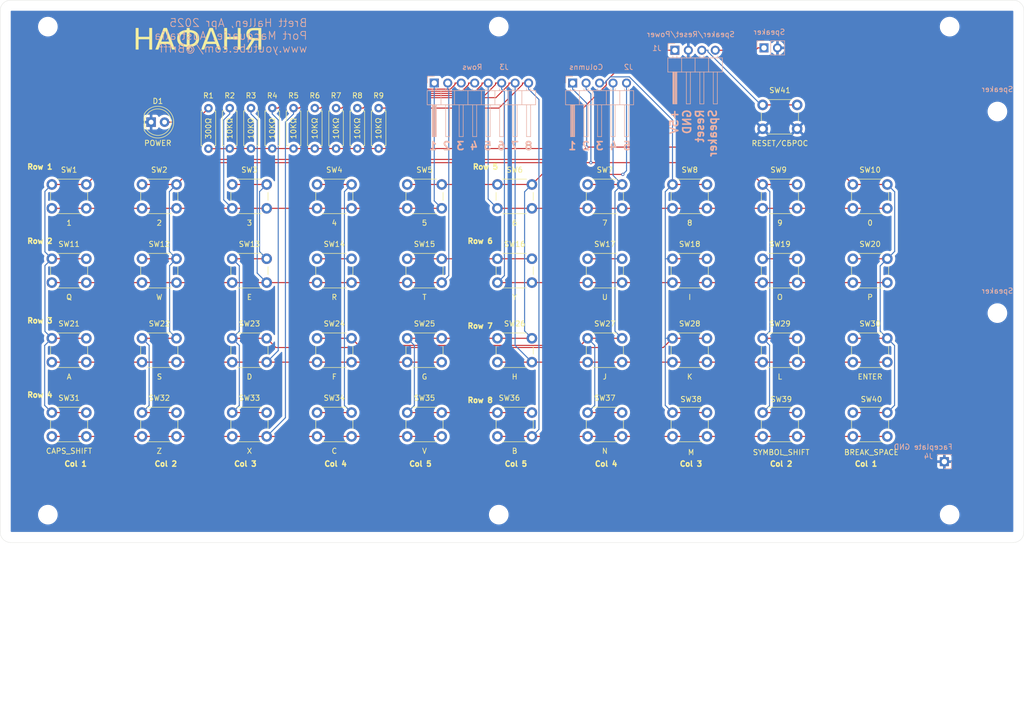
<source format=kicad_pcb>
(kicad_pcb (version 20241229) (generator "pcbnew") (generator_version "9.0")
  (title_block (title "Новая Клавиатура Нафаня/New Nafanya Keyboard") (date "6-Apr-2025") (company "Brett Hallen") (comment 1 "www.youtube.com/@Brfff"))
  (layers (0 "F.Cu" signal) (2 "B.Cu" signal) (13 "F.Paste" user) (15 "B.Paste" user) (5 "F.SilkS" user "F.Silkscreen") (7 "B.SilkS" user "B.Silkscreen") (1 "F.Mask" user) (3 "B.Mask" user) (25 "Edge.Cuts" user))
  (net 0 "")
  (net 1 "GND")
  (net 2 "Net-(D1-A)")
  (net 3 "SPEAKER")
  (net 4 "COL2")
  (net 5 "ROW6")
  (net 6 "ROW1")
  (net 7 "RESET")
  (net 8 "ROW5")
  (net 9 "ROW2")
  (net 10 "COL1")
  (net 11 "ROW8")
  (net 12 "ROW4")
  (net 13 "COL3")
  (net 14 "ROW3")
  (net 15 "ROW7")
  (net 16 "+5V")
  (net 17 "COL4")
  (net 18 "COL5")
  (footprint "Resistor_THT:R_Axial_DIN0207_L6.3mm_D2.5mm_P7.62mm_Horizontal" (layer "F.Cu") (at 119.34 78.9752 90)
    (property "Reference" "R8")
    (property "Value" "10KΩ")
  )
  (footprint "Button_Switch_THT:SW_PUSH_6mm_H8.5mm" (layer "F.Cu") (at 115 131)
    (property "Reference" "SW34")
    (property "Value" "C")
  )
  (footprint "Button_Switch_THT:SW_PUSH_6mm_H8.5mm" (layer "F.Cu") (at 182 131)
    (property "Reference" "SW38")
    (property "Value" "M")
  )
  (footprint "Button_Switch_THT:SW_PUSH_6mm_H8.5mm" (layer "F.Cu") (at 166 131)
    (property "Reference" "SW37")
    (property "Value" "N")
  )
  (footprint "Button_Switch_THT:SW_PUSH_6mm_H8.5mm" (layer "F.Cu") (at 82 102)
    (property "Reference" "SW12")
    (property "Value" "W")
  )
  (footprint "Resistor_THT:R_Axial_DIN0207_L6.3mm_D2.5mm_P7.62mm_Horizontal" (layer "F.Cu") (at 99.29 78.9752 90)
    (property "Reference" "R3")
    (property "Value" "10KΩ")
  )
  (footprint "Button_Switch_THT:SW_PUSH_6mm_H8.5mm" (layer "F.Cu") (at 132 102)
    (property "Reference" "SW15")
    (property "Value" "T")
  )
  (footprint "Resistor_THT:R_Axial_DIN0207_L6.3mm_D2.5mm_P7.62mm_Horizontal" (layer "F.Cu") (at 107.31 78.9752 90)
    (property "Reference" "R5")
    (property "Value" "10KΩ")
  )
  (footprint "Button_Switch_THT:SW_PUSH_6mm_H8.5mm" (layer "F.Cu") (at 115 117)
    (property "Reference" "SW24")
    (property "Value" "F")
  )
  (footprint "Button_Switch_THT:SW_PUSH_6mm_H8.5mm" (layer "F.Cu") (at 216 88)
    (property "Reference" "SW10")
    (property "Value" "0")
  )
  (footprint "Button_Switch_THT:SW_PUSH_6mm_H8.5mm" (layer "F.Cu") (at 216 117)
    (property "Reference" "SW30")
    (property "Value" "ENTER")
  )
  (footprint "Button_Switch_THT:SW_PUSH_6mm_H8.5mm" (layer "F.Cu") (at 149 88)
    (property "Reference" "SW6")
    (property "Value" "6")
  )
  (footprint "Button_Switch_THT:SW_PUSH_6mm_H8.5mm" (layer "F.Cu") (at 182 117)
    (property "Reference" "SW28")
    (property "Value" "K")
  )
  (footprint "MountingHole:MountingHole_3.2mm_M3" (layer "F.Cu") (at 231 56)
    (property "Reference" "H5" (hide yes))
    (property "Value" "PCB" (hide yes))
  )
  (footprint "Button_Switch_THT:SW_PUSH_6mm_H8.5mm" (layer "F.Cu") (at 166 88)
    (property "Reference" "SW7")
    (property "Value" "7")
  )
  (footprint "Resistor_THT:R_Axial_DIN0207_L6.3mm_D2.5mm_P7.62mm_Horizontal" (layer "F.Cu") (at 103.3 78.9752 90)
    (property "Reference" "R4")
    (property "Value" "10KΩ")
  )
  (footprint "Button_Switch_THT:SW_PUSH_6mm_H8.5mm" (layer "F.Cu") (at 182 88)
    (property "Reference" "SW8")
    (property "Value" "8")
  )
  (footprint "Resistor_THT:R_Axial_DIN0207_L6.3mm_D2.5mm_P7.62mm_Horizontal" (layer "F.Cu") (at 95.28 78.9752 90)
    (property "Reference" "R2")
    (property "Value" "10KΩ")
  )
  (footprint "Button_Switch_THT:SW_PUSH_6mm_H8.5mm" (layer "F.Cu") (at 149 131)
    (property "Reference" "SW36")
    (property "Value" "B")
  )
  (footprint "Resistor_THT:R_Axial_DIN0207_L6.3mm_D2.5mm_P7.62mm_Horizontal" (layer "F.Cu") (at 91.27 71.38 -90)
    (property "Reference" "R1")
    (property "Value" "300Ω")
  )
  (footprint "Button_Switch_THT:SW_PUSH_6mm_H8.5mm" (layer "F.Cu") (at 82 131)
    (property "Reference" "SW32")
    (property "Value" "Z")
  )
  (footprint "Button_Switch_THT:SW_PUSH_6mm_H8.5mm" (layer "F.Cu") (at 149 117)
    (property "Reference" "SW26")
    (property "Value" "H")
  )
  (footprint "Button_Switch_THT:SW_PUSH_6mm_H8.5mm" (layer "F.Cu") (at 166 102)
    (property "Reference" "SW17")
    (property "Value" "U")
  )
  (footprint "Resistor_THT:R_Axial_DIN0207_L6.3mm_D2.5mm_P7.62mm_Horizontal" (layer "F.Cu") (at 115.33 78.9752 90)
    (property "Reference" "R7")
    (property "Value" "10KΩ")
  )
  (footprint "Button_Switch_THT:SW_PUSH_6mm_H8.5mm" (layer "F.Cu") (at 65 88)
    (property "Reference" "SW1")
    (property "Value" "1")
  )
  (footprint "Button_Switch_THT:SW_PUSH_6mm_H8.5mm" (layer "F.Cu") (at 199 102)
    (property "Reference" "SW19")
    (property "Value" "O")
  )
  (footprint "MountingHole:MountingHole_3.2mm_M3" (layer "F.Cu") (at 146 56)
    (property "Reference" "H7" (hide yes))
    (property "Value" "PCB" (hide yes))
  )
  (footprint "Resistor_THT:R_Axial_DIN0207_L6.3mm_D2.5mm_P7.62mm_Horizontal" (layer "F.Cu") (at 111.32 78.9752 90)
    (property "Reference" "R6")
    (property "Value" "10KΩ")
  )
  (footprint "Resistor_THT:R_Axial_DIN0207_L6.3mm_D2.5mm_P7.62mm_Horizontal" (layer "F.Cu") (at 123.35 78.9752 90)
    (property "Reference" "R9")
    (property "Value" "10KΩ")
  )
  (footprint "Button_Switch_THT:SW_PUSH_6mm_H8.5mm" (layer "F.Cu") (at 99 131)
    (property "Reference" "SW33")
    (property "Value" "X")
  )
  (footprint "Button_Switch_THT:SW_PUSH_6mm_H8.5mm" (layer "F.Cu") (at 115 102)
    (property "Reference" "SW14")
    (property "Value" "R")
  )
  (footprint "Button_Switch_THT:SW_PUSH_6mm_H8.5mm" (layer "F.Cu") (at 99 88)
    (property "Reference" "SW3")
    (property "Value" "3")
  )
  (footprint "Button_Switch_THT:SW_PUSH_6mm_H8.5mm" (layer "F.Cu") (at 132 117)
    (property "Reference" "SW25")
    (property "Value" "G")
  )
  (footprint "Button_Switch_THT:SW_PUSH_6mm_H8.5mm" (layer "F.Cu") (at 115 88)
    (property "Reference" "SW4")
    (property "Value" "4")
  )
  (footprint "Button_Switch_THT:SW_PUSH_6mm_H8.5mm" (layer "F.Cu") (at 199 117)
    (property "Reference" "SW29")
    (property "Value" "L")
  )
  (footprint "Button_Switch_THT:SW_PUSH_6mm_H8.5mm" (layer "F.Cu") (at 82 88)
    (property "Reference" "SW2")
    (property "Value" "2")
  )
  (footprint "Button_Switch_THT:SW_PUSH_6mm_H8.5mm" (layer "F.Cu") (at 216 131)
    (property "Reference" "SW40")
    (property "Value" "BREAK_SPACE")
  )
  (footprint "MountingHole:MountingHole_3.2mm_M3" (layer "F.Cu") (at 61 56)
    (property "Reference" "H4" (hide yes))
    (property "Value" "PCB" (hide yes))
  )
  (footprint "Button_Switch_THT:SW_PUSH_6mm_H8.5mm" (layer "F.Cu") (at 182 102)
    (property "Reference" "SW18")
    (property "Value" "I")
  )
  (footprint "Button_Switch_THT:SW_PUSH_6mm_H8.5mm" (layer "F.Cu") (at 132 88)
    (property "Reference" "SW5")
    (property "Value" "5")
  )
  (footprint "Button_Switch_THT:SW_PUSH_6mm_H8.5mm" (layer "F.Cu") (at 82 117)
    (property "Reference" "SW22")
    (property "Value" "S")
  )
  (footprint "Button_Switch_THT:SW_PUSH_6mm_H8.5mm" (layer "F.Cu") (at 166 117)
    (property "Reference" "SW27")
    (property "Value" "J")
  )
  (footprint "Button_Switch_THT:SW_PUSH_6mm_H8.5mm" (layer "F.Cu") (at 65 102)
    (property "Reference" "SW11")
    (property "Value" "Q")
  )
  (footprint "Button_Switch_THT:SW_PUSH_6mm_H8.5mm" (layer "F.Cu") (at 99 102)
    (property "Reference" "SW13")
    (property "Value" "E")
  )
  (footprint "Button_Switch_THT:SW_PUSH_6mm_H8.5mm" (layer "F.Cu") (at 65 117)
    (property "Reference" "SW21")
    (property "Value" "A")
  )
  (footprint "Button_Switch_THT:SW_PUSH_6mm_H8.5mm" (layer "F.Cu") (at 149 102)
    (property "Reference" "SW16")
    (property "Value" "Y")
  )
  (footprint "Button_Switch_THT:SW_PUSH_6mm_H8.5mm" (layer "F.Cu") (at 216 102)
    (property "Reference" "SW20")
    (property "Value" "P")
  )
  (footprint "MountingHole:MountingHole_3.2mm_M3" (layer "F.Cu") (at 146 148)
    (property "Reference" "H6" (hide yes))
    (property "Value" "PCB" (hide yes))
  )
  (footprint "MountingHole:MountingHole_3.2mm_M3" (layer "F.Cu") (at 231 148)
    (property "Reference" "H2" (hide yes))
    (property "Value" "PCB" (hide yes))
  )
  (footprint "MountingHole:MountingHole_3.2mm_M3" (layer "F.Cu") (at 61 148)
    (property "Reference" "H3" (hide yes))
    (property "Value" "PCB" (hide yes))
  )
  (footprint "Button_Switch_THT:SW_PUSH_6mm_H8.5mm" (layer "F.Cu") (at 99 117)
    (property "Reference" "SW23")
    (property "Value" "D")
  )
  (footprint "Button_Switch_THT:SW_PUSH_6mm_H8.5mm" (layer "F.Cu") (at 199 131)
    (property "Reference" "SW39")
    (property "Value" "SYMBOL_SHIFT")
  )
  (footprint "Button_Switch_THT:SW_PUSH_6mm_H8.5mm" (layer "F.Cu") (at 132 131)
    (property "Reference" "SW35")
    (property "Value" "V")
  )
  (footprint "Button_Switch_THT:SW_PUSH_6mm_H8.5mm" (layer "F.Cu") (at 65 131)
    (property "Reference" "SW31")
    (property "Value" "CAPS_SHIFT")
  )
  (footprint "Button_Switch_THT:SW_PUSH_6mm_H8.5mm" (layer "F.Cu") (at 199 73)
    (property "Reference" "SW41")
    (property "Value" "RESET/СБРОС")
  )
  (footprint "LED_THT:LED_D5.0mm" (layer "F.Cu") (at 80.46 74)
    (property "Reference" "D1")
    (property "Value" "POWER")
  )
  (footprint "Button_Switch_THT:SW_PUSH_6mm_H8.5mm" (layer "F.Cu") (at 199 88)
    (property "Reference" "SW9")
    (property "Value" "9")
  )
  (footprint "Connector_PinSocket_2.54mm:PinSocket_1x01_P2.54mm_Vertical" (layer "B.Cu") (at 230 138)
    (property "Reference" "J4")
    (property "Value" "Faceplate GND")
  )
  (footprint "MountingHole:MountingHole_3.2mm_M3" (layer "B.Cu") (at 240 72)
    (property "Reference" "H8" (hide yes))
    (property "Value" "Speaker")
  )
  (footprint "Connector_PinHeader_2.54mm:PinHeader_1x05_P2.54mm_Horizontal" (layer "B.Cu") (at 159.925 66.625 -90)
    (property "Reference" "J2")
    (property "Value" "Columns")
  )
  (footprint "Connector_PinHeader_2.54mm:PinHeader_1x08_P2.54mm_Horizontal" (layer "B.Cu") (at 133.84 66.625 -90)
    (property "Reference" "J3")
    (property "Value" "Rows")
  )
  (footprint "MountingHole:MountingHole_3.2mm_M3" (layer "B.Cu") (at 240 110)
    (property "Reference" "H1" (hide yes))
    (property "Value" "Speaker")
  )
  (footprint "Connector_PinHeader_2.54mm:PinHeader_1x02_P2.54mm_Vertical" (layer "B.Cu") (at 196 60 -90)
    (property "Reference" "LS1" (hide yes))
    (property "Value" "Speaker")
  )
  (footprint "Connector_PinHeader_2.54mm:PinHeader_1x04_P2.54mm_Horizontal" (layer "B.Cu") (at 179.2 60.45 -90)
    (property "Reference" "J1")
    (property "Value" "Speaker/Reset/Power")
  )
  (gr_line (start 245 53) (end 245 151.25) (stroke (width 0.05)) (layer "Edge.Cuts"))
  (gr_arc (start 245 151.25) (mid 244.414214 152.664214) (end 243 153.25) (stroke (width 0.05)) (layer "Edge.Cuts"))
  (gr_arc (start 243 51) (mid 244.414214 51.585786) (end 245 53) (stroke (width 0.05)) (layer "Edge.Cuts"))
  (gr_arc (start 54 153.25) (mid 52.585786 152.664214) (end 52 151.25) (stroke (width 0.05)) (layer "Edge.Cuts"))
  (gr_line (start 243 153.25) (end 54 153.25) (stroke (width 0.05)) (layer "Edge.Cuts"))
  (gr_line (start 54 51) (end 243 51) (stroke (width 0.05)) (layer "Edge.Cuts"))
  (gr_arc (start 52 53) (mid 52.585786 51.585786) (end 54 51) (stroke (width 0.05)) (layer "Edge.Cuts"))
  (gr_line (start 52 151.25) (end 52 53) (stroke (width 0.05)) (layer "Edge.Cuts"))
  (gr_text "Col 2" (at 81 139 0) (layer "F.SilkS") (effects (font (size 1 1) (thickness 0.25) (bold yes)) (justify left bottom)))
  (gr_text "Col 3" (at 96 139 0) (layer "F.SilkS") (effects (font (size 1 1) (thickness 0.25) (bold yes)) (justify left bottom)))
  (gr_text "Col 4" (at 113 139 0) (layer "F.SilkS") (effects (font (size 1 1) (thickness 0.25) (bold yes)) (justify left bottom)))
  (gr_text "Row 7" (at 140 113 0) (layer "F.SilkS") (effects (font (size 1 1) (thickness 0.25) (bold yes)) (justify left bottom)))
  (gr_text "Row 4" (at 57 126 0) (layer "F.SilkS") (effects (font (size 1 1) (thickness 0.25) (bold yes)) (justify left bottom)))
  (gr_text "Col 2" (at 197 139 0) (layer "F.SilkS") (effects (font (size 1 1) (thickness 0.25) (bold yes)) (justify left bottom)))
  (gr_text "Row 3" (at 57 112 0) (layer "F.SilkS") (effects (font (size 1 1) (thickness 0.25) (bold yes)) (justify left bottom)))
  (gr_text "Row 2" (at 57 97 0) (layer "F.SilkS") (effects (font (size 1 1) (thickness 0.25) (bold yes)) (justify left bottom)))
  (gr_text "Row 8" (at 140 127 0) (layer "F.SilkS") (effects (font (size 1 1) (thickness 0.25) (bold yes)) (justify left bottom)))
  (gr_text "Col 5" (at 147 139 0) (layer "F.SilkS") (effects (font (size 1 1) (thickness 0.25) (bold yes)) (justify left bottom)))
  (gr_text "Col 5" (at 129 139 0) (layer "F.SilkS") (effects (font (size 1 1) (thickness 0.25) (bold yes)) (justify left bottom)))
  (gr_text "НАФАНЯ" (at 77 61 0) (layer "F.SilkS") (effects (font (size 4 4) (thickness 0.1)) (justify left bottom)))
  (gr_text "Col 1" (at 213 139 0) (layer "F.SilkS") (effects (font (size 1 1) (thickness 0.25) (bold yes)) (justify left bottom)))
  (gr_text "Col 3" (at 180 139 0) (layer "F.SilkS") (effects (font (size 1 1) (thickness 0.25) (bold yes)) (justify left bottom)))
  (gr_text "Row 5" (at 141 83 0) (layer "F.SilkS") (effects (font (size 1 1) (thickness 0.25) (bold yes)) (justify left bottom)))
  (gr_text "Row 6" (at 140 97 0) (layer "F.SilkS") (effects (font (size 1 1) (thickness 0.25) (bold yes)) (justify left bottom)))
  (gr_text "Col 1" (at 64 139 0) (layer "F.SilkS") (effects (font (size 1 1) (thickness 0.25) (bold yes)) (justify left bottom)))
  (gr_text "Row 1" (at 57 83 0) (layer "F.SilkS") (effects (font (size 1 1) (thickness 0.25) (bold yes)) (justify left bottom)))
  (gr_text "Col 4" (at 164 139 0) (layer "F.SilkS") (effects (font (size 1 1) (thickness 0.25) (bold yes)) (justify left bottom)))
  (gr_text "8 7 6 5 4 3 2 1" (at 152.527262 79.37124 0) (layer "B.SilkS") (effects (font (size 1.5 1.5) (thickness 0.3) (bold yes)) (justify left bottom mirror)))
  (gr_text "+5V\nGND\nReset\nSpeaker" (at 187.2 71.45 90) (layer "B.SilkS") (effects (font (size 1.5 1.5) (thickness 0.3) (bold yes)) (justify left bottom mirror)))
  (gr_text "5 4 3 2 1" (at 171.05628 79.37124 0) (layer "B.SilkS") (effects (font (size 1.5 1.5) (thickness 0.3) (bold yes)) (justify left bottom mirror)))
  (gr_text "Brett Hallen, Apr 2025\nPort Macquarie, Australia\nwww.youtube.com/@Brfff" (at 110 61 0) (layer "B.SilkS") (effects (font (size 1.5 1.5)) (justify left bottom mirror)))
  (segment (start 88.65 74) (end 91.27 71.38) (width 0.2) (layer "F.Cu") (net 2))
  (segment (start 83 74) (end 88.65 74) (width 0.2) (layer "F.Cu") (net 2))
  (segment (start 186.82 60.45) (end 194.3983 60.45) (width 0.2) (layer "F.Cu") (net 3))
  (segment (start 194.3983 60.45) (end 194.8483 60) (width 0.2) (layer "F.Cu") (net 3))
  (segment (start 196 60) (end 194.8483 60) (width 0.2) (layer "F.Cu") (net 3))
  (segment (start 85.25 85.75) (end 89.3664 81.6336) (width 0.2) (layer "F.Cu") (net 4))
  (segment (start 85.25 114.75) (end 78.75 114.75) (width 0.2) (layer "F.Cu") (net 4))
  (segment (start 202.25 99.75) (end 195.75 99.75) (width 0.2) (layer "F.Cu") (net 4))
  (segment (start 191.6336 81.6336) (end 195.75 85.75) (width 0.2) (layer "F.Cu") (net 4))
  (segment (start 163.365 81.6336) (end 191.6336 81.6336) (width 0.2) (layer "F.Cu") (net 4))
  (segment (start 89.3664 81.6336) (end 163.365 81.6336) (width 0.2) (layer "F.Cu") (net 4))
  (segment (start 85.25 128.75) (end 78.75 128.75) (width 0.2) (layer "F.Cu") (net 4))
  (segment (start 85.25 99.75) (end 78.75 99.75) (width 0.2) (layer "F.Cu") (net 4))
  (segment (start 78.75 85.75) (end 85.25 85.75) (width 0.2) (layer "F.Cu") (net 4))
  (segment (start 202.25 128.75) (end 195.75 128.75) (width 0.2) (layer "F.Cu") (net 4))
  (segment (start 202.25 114.75) (end 195.75 114.75) (width 0.2) (layer "F.Cu") (net 4))
  (segment (start 202.25 85.75) (end 195.75 85.75) (width 0.2) (layer "F.Cu") (net 4))
  (via (at 163.365 81.6336) (size 0.6) (drill 0.3) (layers "F.Cu" "B.Cu") (net 4))
  (segment (start 163.365 68.6767) (end 163.365 81.6336) (width 0.2) (layer "B.Cu") (net 4))
  (segment (start 197.0517 116.0517) (end 195.75 114.75) (width 0.2) (layer "B.Cu") (net 4))
  (segment (start 197.0917 99.75) (end 195.75 99.75) (width 0.2) (layer "B.Cu") (net 4))
  (segment (start 80.0917 127.4083) (end 78.75 128.75) (width 0.2) (layer "B.Cu") (net 4))
  (segment (start 162.465 67.7767) (end 163.365 68.6767) (width 0.2) (layer "B.Cu") (net 4))
  (segment (start 78.75 114.75) (end 80.0917 116.0917) (width 0.2) (layer "B.Cu") (net 4))
  (segment (start 80.0917 116.0917) (end 80.0917 127.4083) (width 0.2) (layer "B.Cu") (net 4))
  (segment (start 195.75 128.75) (end 197.0517 127.4483) (width 0.2) (layer "B.Cu") (net 4))
  (segment (start 197.0917 87.0917) (end 197.0917 99.75) (width 0.2) (layer "B.Cu") (net 4))
  (segment (start 197.0917 113.4083) (end 195.75 114.75) (width 0.2) (layer "B.Cu") (net 4))
  (segment (start 197.0917 99.75) (end 197.0917 113.4083) (width 0.2) (layer "B.Cu") (net 4))
  (segment (start 85.25 114.75) (end 83.9483 113.4483) (width 0.2) (layer "B.Cu") (net 4))
  (segment (start 162.465 66.625) (end 162.465 67.7767) (width 0.2) (layer "B.Cu") (net 4))
  (segment (start 85.25 85.75) (end 83.9083 87.0917) (width 0.2) (layer "B.Cu") (net 4))
  (segment (start 83.9483 101.0517) (end 85.25 99.75) (width 0.2) (layer "B.Cu") (net 4))
  (segment (start 195.75 85.75) (end 197.0917 87.0917) (width 0.2) (layer "B.Cu") (net 4))
  (segment (start 83.9483 113.4483) (end 83.9483 101.0517) (width 0.2) (layer "B.Cu") (net 4))
  (segment (start 197.0517 127.4483) (end 197.0517 116.0517) (width 0.2) (layer "B.Cu") (net 4))
  (segment (start 83.9083 87.0917) (end 83.9083 98.4083) (width 0.2) (layer "B.Cu") (net 4))
  (segment (start 83.9083 98.4083) (end 85.25 99.75) (width 0.2) (layer "B.Cu") (net 4))
  (segment (start 152.25 104.25) (end 162.75 104.25) (width 0.2) (layer "F.Cu") (net 5))
  (segment (start 118.8051 68.9818) (end 143.3195 68.9818) (width 0.2) (layer "F.Cu") (net 5))
  (segment (start 195.75 104.25) (end 185.25 104.25) (width 0.2) (layer "F.Cu") (net 5))
  (segment (start 115.33 71.3552) (end 116.4317 71.3552) (width 0.2) (layer "F.Cu") (net 5))
  (segment (start 178.75 104.25) (end 169.25 104.25) (width 0.2) (layer "F.Cu") (net 5))
  (segment (start 212.75 104.25) (end 202.25 104.25) (width 0.2) (layer "F.Cu") (net 5))
  (segment (start 145.3883 66.913) (end 145.3883 66.625) (width 0.2) (layer "F.Cu") (net 5))
  (segment (start 116.4317 71.3552) (end 118.8051 68.9818) (width 0.2) (layer "F.Cu") (net 5))
  (segment (start 185.25 104.25) (end 178.75 104.25) (width 0.2) (layer "F.Cu") (net 5))
  (segment (start 143.3195 68.9818) (end 145.3883 66.913) (width 0.2) (layer "F.Cu") (net 5))
  (segment (start 219.25 104.25) (end 212.75 104.25) (width 0.2) (layer "F.Cu") (net 5))
  (segment (start 145.75 104.25) (end 152.25 104.25) (width 0.2) (layer "F.Cu") (net 5))
  (segment (start 202.25 104.25) (end 195.75 104.25) (width 0.2) (layer "F.Cu") (net 5))
  (segment (start 146.54 66.625) (end 145.3883 66.625) (width 0.2) (layer "F.Cu") (net 5))
  (segment (start 169.25 104.25) (end 162.75 104.25) (width 0.2) (layer "F.Cu") (net 5))
  (segment (start 147.0634 102.9366) (end 145.75 104.25) (width 0.2) (layer "B.Cu") (net 5))
  (segment (start 146.54 67.7767) (end 147.0634 68.3001) (width 0.2) (layer "B.Cu") (net 5))
  (segment (start 147.0634 68.3001) (end 147.0634 102.9366) (width 0.2) (layer "B.Cu") (net 5))
  (segment (start 146.54 66.625) (end 146.54 67.7767) (width 0.2) (layer "B.Cu") (net 5))
  (segment (start 135.25 90.25) (end 128.75 90.25) (width 0.2) (layer "F.Cu") (net 6))
  (segment (start 102.25 90.25) (end 95.75 90.25) (width 0.2) (layer "F.Cu") (net 6))
  (segment (start 111.75 90.25) (end 102.25 90.25) (width 0.2) (layer "F.Cu") (net 6))
  (segment (start 128.75 90.25) (end 118.25 90.25) (width 0.2) (layer "F.Cu") (net 6))
  (segment (start 78.75 90.25) (end 68.25 90.25) (width 0.2) (layer "F.Cu") (net 6))
  (segment (start 68.25 90.25) (end 61.75 90.25) (width 0.2) (layer "F.Cu") (net 6))
  (segment (start 85.25 90.25) (end 78.75 90.25) (width 0.2) (layer "F.Cu") (net 6))
  (segment (start 118.25 90.25) (end 111.75 90.25) (width 0.2) (layer "F.Cu") (net 6))
  (segment (start 85.25 90.25) (end 95.75 90.25) (width 0.2) (layer "F.Cu") (net 6))
  (segment (start 95.28 71.3552) (end 95.28 72.4569) (width 0.2) (layer "B.Cu") (net 6))
  (segment (start 133.84 88.84) (end 135.25 90.25) (width 0.2) (layer "B.Cu") (net 6))
  (segment (start 95.75 90.25) (end 94.1453 88.6453) (width 0.2) (layer "B.Cu") (net 6))
  (segment (start 94.1453 88.6453) (end 94.1453 73.5916) (width 0.2) (layer "B.Cu") (net 6))
  (segment (start 94.1453 73.5916) (end 95.28 72.4569) (width 0.2) (layer "B.Cu") (net 6))
  (segment (start 133.84 66.625) (end 133.84 88.84) (width 0.2) (layer "B.Cu") (net 6))
  (segment (start 202.25 70.75) (end 195.75 70.75) (width 0.2) (layer "F.Cu") (net 7))
  (segment (start 195.4438 70.75) (end 195.75 70.75) (width 0.2) (layer "B.Cu") (net 7))
  (segment (start 185.4317 60.45) (end 185.4317 60.7379) (width 0.2) (layer "B.Cu") (net 7))
  (segment (start 184.28 60.45) (end 185.4317 60.45) (width 0.2) (layer "B.Cu") (net 7))
  (segment (start 185.4317 60.7379) (end 195.4438 70.75) (width 0.2) (layer "B.Cu") (net 7))
  (segment (start 178.75 90.25) (end 169.25 90.25) (width 0.2) (layer "F.Cu") (net 8))
  (segment (start 195.75 90.25) (end 202.25 90.25) (width 0.2) (layer "F.Cu") (net 8))
  (segment (start 141.1812 68.5801) (end 115.1968 68.5801) (width 0.2) (layer "F.Cu") (net 8))
  (segment (start 142.8483 66.625) (end 142.8483 66.913) (width 0.2) (layer "F.Cu") (net 8))
  (segment (start 115.1968 68.5801) (end 112.4217 71.3552) (width 0.2) (layer "F.Cu") (net 8))
  (segment (start 152.25 90.25) (end 145.75 90.25) (width 0.2) (layer "F.Cu") (net 8))
  (segment (start 144 66.625) (end 142.8483 66.625) (width 0.2) (layer "F.Cu") (net 8))
  (segment (start 162.75 90.25) (end 152.25 90.25) (width 0.2) (layer "F.Cu") (net 8))
  (segment (start 195.75 90.25) (end 185.25 90.25) (width 0.2) (layer "F.Cu") (net 8))
  (segment (start 142.8483 66.913) (end 141.1812 68.5801) (width 0.2) (layer "F.Cu") (net 8))
  (segment (start 169.25 90.25) (end 162.75 90.25) (width 0.2) (layer "F.Cu") (net 8))
  (segment (start 111.32 71.3552) (end 112.4217 71.3552) (width 0.2) (layer "F.Cu") (net 8))
  (segment (start 185.25 90.25) (end 178.75 90.25) (width 0.2) (layer "F.Cu") (net 8))
  (segment (start 202.25 90.25) (end 212.75 90.25) (width 0.2) (layer "F.Cu") (net 8))
  (segment (start 219.25 90.25) (end 212.75 90.25) (width 0.2) (layer "F.Cu") (net 8))
  (segment (start 144 66.625) (end 144 88.5) (width 0.2) (layer "B.Cu") (net 8))
  (segment (start 144 88.5) (end 145.75 90.25) (width 0.2) (layer "B.Cu") (net 8))
  (segment (start 95.75 104.25) (end 85.25 104.25) (width 0.2) (layer "F.Cu") (net 9))
  (segment (start 68.25 104.25) (end 78.75 104.25) (width 0.2) (layer "F.Cu") (net 9))
  (segment (start 118.25 104.25) (end 128.75 104.25) (width 0.2) (layer "F.Cu") (net 9))
  (segment (start 118.25 104.25) (end 111.75 104.25) (width 0.2) (layer "F.Cu") (net 9))
  (segment (start 135.25 104.25) (end 128.75 104.25) (width 0.2) (layer "F.Cu") (net 9))
  (segment (start 102.25 104.25) (end 111.75 104.25) (width 0.2) (layer "F.Cu") (net 9))
  (segment (start 61.75 104.25) (end 68.25 104.25) (width 0.2) (layer "F.Cu") (net 9))
  (segment (start 102.25 104.25) (end 95.75 104.25) (width 0.2) (layer "F.Cu") (net 9))
  (segment (start 85.25 104.25) (end 78.75 104.25) (width 0.2) (layer "F.Cu") (net 9))
  (segment (start 136.38 67.7767) (end 136.574 67.9707) (width 0.2) (layer "B.Cu") (net 9))
  (segment (start 100.4602 73.6271) (end 99.29 72.4569) (width 0.2) (layer "B.Cu") (net 9))
  (segment (start 136.38 66.625) (end 136.38 67.7767) (width 0.2) (layer "B.Cu") (net 9))
  (segment (start 99.29 71.3552) (end 99.29 72.4569) (width 0.2) (layer "B.Cu") (net 9))
  (segment (start 136.574 102.926) (end 135.25 104.25) (width 0.2) (layer "B.Cu") (net 9))
  (segment (start 136.574 67.9707) (end 136.574 102.926) (width 0.2) (layer "B.Cu") (net 9))
  (segment (start 102.25 104.25) (end 100.4602 102.4602) (width 0.2) (layer "B.Cu") (net 9))
  (segment (start 100.4602 102.4602) (end 100.4602 73.6271) (width 0.2) (layer "B.Cu") (net 9))
  (segment (start 219.25 85.75) (end 212.75 85.75) (width 0.2) (layer "F.Cu") (net 10))
  (segment (start 72.9666 81.0334) (end 160.2449 81.0334) (width 0.2) (layer "F.Cu") (net 10))
  (segment (start 219.25 99.75) (end 212.75 99.75) (width 0.2) (layer "F.Cu") (net 10))
  (segment (start 68.25 85.75) (end 72.9666 81.0334) (width 0.2) (layer "F.Cu") (net 10))
  (segment (start 68.25 99.75) (end 61.75 99.75) (width 0.2) (layer "F.Cu") (net 10))
  (segment (start 160.2449 81.0334) (end 162.5719 78.7064) (width 0.2) (layer "F.Cu") (net 10))
  (segment (start 205.7064 78.7064) (end 212.75 85.75) (width 0.2) (layer "F.Cu") (net 10))
  (segment (start 68.25 114.75) (end 61.75 114.75) (width 0.2) (layer "F.Cu") (net 10))
  (segment (start 162.5719 78.7064) (end 205.7064 78.7064) (width 0.2) (layer "F.Cu") (net 10))
  (segment (start 219.25 114.75) (end 212.75 114.75) (width 0.2) (layer "F.Cu") (net 10))
  (segment (start 219.25 128.75) (end 212.75 128.75) (width 0.2) (layer "F.Cu") (net 10))
  (segment (start 61.75 85.75) (end 68.25 85.75) (width 0.2) (layer "F.Cu") (net 10))
  (segment (start 68.25 128.75) (end 61.75 128.75) (width 0.2) (layer "F.Cu") (net 10))
  (via (at 162.5719 78.7064) (size 0.6) (drill 0.3) (layers "F.Cu" "B.Cu") (net 10))
  (segment (start 159.925 66.625) (end 159.925 67.7767) (width 0.2) (layer "B.Cu") (net 10))
  (segment (start 60.4475 113.4475) (end 60.4475 101.0525) (width 0.2) (layer "B.Cu") (net 10))
  (segment (start 220.6154 116.1154) (end 219.25 114.75) (width 0.2) (layer "B.Cu") (net 10))
  (segment (start 162.5719 70.4236) (end 162.5719 78.7064) (width 0.2) (layer "B.Cu") (net 10))
  (segment (start 219.25 99.75) (end 220.6358 98.3642) (width 0.2) (layer "B.Cu") (net 10))
  (segment (start 60.3929 116.1071) (end 61.75 114.75) (width 0.2) (layer "B.Cu") (net 10))
  (segment (start 61.75 99.75) (end 60.4433 98.4433) (width 0.2) (layer "B.Cu") (net 10))
  (segment (start 60.4475 101.0525) (end 61.75 99.75) (width 0.2) (layer "B.Cu") (net 10))
  (segment (start 159.925 67.7767) (end 162.5719 70.4236) (width 0.2) (layer "B.Cu") (net 10))
  (segment (start 219.25 128.75) (end 220.6154 127.3846) (width 0.2) (layer "B.Cu") (net 10))
  (segment (start 220.6154 127.3846) (end 220.6154 116.1154) (width 0.2) (layer "B.Cu") (net 10))
  (segment (start 220.6358 87.1358) (end 219.25 85.75) (width 0.2) (layer "B.Cu") (net 10))
  (segment (start 219.25 114.75) (end 217.9083 113.4083) (width 0.2) (layer "B.Cu") (net 10))
  (segment (start 217.9083 101.0917) (end 219.25 99.75) (width 0.2) (layer "B.Cu") (net 10))
  (segment (start 217.9083 113.4083) (end 217.9083 101.0917) (width 0.2) (layer "B.Cu") (net 10))
  (segment (start 61.75 128.75) (end 60.3929 127.3929) (width 0.2) (layer "B.Cu") (net 10))
  (segment (start 60.4433 87.0567) (end 61.75 85.75) (width 0.2) (layer "B.Cu") (net 10))
  (segment (start 61.75 114.75) (end 60.4475 113.4475) (width 0.2) (layer "B.Cu") (net 10))
  (segment (start 60.4433 98.4433) (end 60.4433 87.0567) (width 0.2) (layer "B.Cu") (net 10))
  (segment (start 220.6358 98.3642) (end 220.6358 87.1358) (width 0.2) (layer "B.Cu") (net 10))
  (segment (start 60.3929 127.3929) (end 60.3929 116.1071) (width 0.2) (layer "B.Cu") (net 10))
  (segment (start 151.62 66.625) (end 150.4683 66.625) (width 0.2) (layer "F.Cu") (net 11))
  (segment (start 185.25 133.25) (end 178.75 133.25) (width 0.2) (layer "F.Cu") (net 11))
  (segment (start 195.75 133.25) (end 185.25 133.25) (width 0.2) (layer "F.Cu") (net 11))
  (segment (start 150.4683 66.9129) (end 146.026 71.3552) (width 0.2) (layer "F.Cu") (net 11))
  (segment (start 150.4683 66.625) (end 150.4683 66.9129) (width 0.2) (layer "F.Cu") (net 11))
  (segment (start 219.25 133.25) (end 212.75 133.25) (width 0.2) (layer "F.Cu") (net 11))
  (segment (start 146.026 71.3552) (end 123.35 71.3552) (width 0.2) (layer "F.Cu") (net 11))
  (segment (start 162.75 133.25) (end 169.25 133.25) (width 0.2) (layer "F.Cu") (net 11))
  (segment (start 169.25 133.25) (end 178.75 133.25) (width 0.2) (layer "F.Cu") (net 11))
  (segment (start 202.25 133.25) (end 212.75 133.25) (width 0.2) (layer "F.Cu") (net 11))
  (segment (start 152.25 133.25) (end 162.75 133.25) (width 0.2) (layer "F.Cu") (net 11))
  (segment (start 145.75 133.25) (end 152.25 133.25) (width 0.2) (layer "F.Cu") (net 11))
  (segment (start 202.25 133.25) (end 195.75 133.25) (width 0.2) (layer "F.Cu") (net 11))
  (segment (start 151.62 66.625) (end 151.62 67.7767) (width 0.2) (layer "B.Cu") (net 11))
  (segment (start 152.25 133.25) (end 153.5753 131.9247) (width 0.2) (layer "B.Cu") (net 11))
  (segment (start 153.5753 131.9247) (end 153.5753 69.732) (width 0.2) (layer "B.Cu") (net 11))
  (segment (start 153.5753 69.732) (end 151.62 67.7767) (width 0.2) (layer "B.Cu") (net 11))
  (segment (start 102.25 133.25) (end 111.75 133.25) (width 0.2) (layer "F.Cu") (net 12))
  (segment (start 135.25 133.25) (end 128.75 133.25) (width 0.2) (layer "F.Cu") (net 12))
  (segment (start 85.25 133.25) (end 95.75 133.25) (width 0.2) (layer "F.Cu") (net 12))
  (segment (start 61.75 133.25) (end 68.25 133.25) (width 0.2) (layer "F.Cu") (net 12))
  (segment (start 108.4117 71.3552) (end 111.5885 68.1784) (width 0.2) (layer "F.Cu") (net 12))
  (segment (start 107.31 71.3552) (end 108.4117 71.3552) (width 0.2) (layer "F.Cu") (net 12))
  (segment (start 95.75 133.25) (end 102.25 133.25) (width 0.2) (layer "F.Cu") (net 12))
  (segment (start 139.0565 68.1784) (end 140.3083 66.9266) (width 0.2) (layer "F.Cu") (net 12))
  (segment (start 111.5885 68.1784) (end 139.0565 68.1784) (width 0.2) (layer "F.Cu") (net 12))
  (segment (start 118.25 133.25) (end 111.75 133.25) (width 0.2) (layer "F.Cu") (net 12))
  (segment (start 128.75 133.25) (end 118.25 133.25) (width 0.2) (layer "F.Cu") (net 12))
  (segment (start 140.3083 66.9266) (end 140.3083 66.625) (width 0.2) (layer "F.Cu") (net 12))
  (segment (start 85.25 133.25) (end 78.75 133.25) (width 0.2) (layer "F.Cu") (net 12))
  (segment (start 141.46 66.625) (end 140.3083 66.625) (width 0.2) (layer "F.Cu") (net 12))
  (segment (start 68.25 133.25) (end 78.75 133.25) (width 0.2) (layer "F.Cu") (net 12))
  (segment (start 107.31 71.3552) (end 107.31 72.4569) (width 0.2) (layer "B.Cu") (net 12))
  (segment (start 105.7826 129.7174) (end 105.7826 73.9843) (width 0.2) (layer "B.Cu") (net 12))
  (segment (start 102.25 133.25) (end 105.7826 129.7174) (width 0.2) (layer "B.Cu") (net 12))
  (segment (start 105.7826 73.9843) (end 107.31 72.4569) (width 0.2) (layer "B.Cu") (net 12))
  (segment (start 185.25 128.75) (end 178.75 128.75) (width 0.2) (layer "F.Cu") (net 13))
  (segment (start 185.25 114.75) (end 178.75 114.75) (width 0.2) (layer "F.Cu") (net 13))
  (segment (start 102.25 114.75) (end 95.75 114.75) (width 0.2) (layer "F.Cu") (net 13))
  (segment (start 103.9876 116.4876) (end 177.0124 116.4876) (width 0.2) (layer "F.Cu") (net 13))
  (segment (start 185.25 85.75) (end 178.75 85.75) (width 0.2) (layer "F.Cu") (net 13))
  (segment (start 102.25 99.75) (end 95.75 99.75) (width 0.2) (layer "F.Cu") (net 13))
  (segment (start 102.25 128.75) (end 95.75 128.75) (width 0.2) (layer "F.Cu") (net 13))
  (segment (start 177.0124 116.4876) (end 178.75 114.75) (width 0.2) (layer "F.Cu") (net 13))
  (segment (start 102.25 114.75) (end 103.9876 116.4876) (width 0.2) (layer "F.Cu") (net 13))
  (segment (start 185.25 99.75) (end 178.75 99.75) (width 0.2) (layer "F.Cu") (net 13))
  (segment (start 102.25 85.75) (end 95.75 85.75) (width 0.2) (layer "F.Cu") (net 13))
  (segment (start 97.0917 116.0917) (end 97.0917 127.4083) (width 0.2) (layer "B.Cu") (net 13))
  (segment (start 95.75 99.75) (end 97.0917 101.0917) (width 0.2) (layer "B.Cu") (net 13))
  (segment (start 177.394 99.75) (end 177.394 114.75) (width 0.2) (layer "B.Cu") (net 13))
  (segment (start 170.6254 65.4644) (end 178.75 73.589) (width 0.2) (layer "B.Cu") (net 13))
  (segment (start 167.0294 65.4644) (end 170.6254 65.4644) (width 0.2) (layer "B.Cu") (net 13))
  (segment (start 177.394 114.75) (end 178.75 114.75) (width 0.2) (layer "B.Cu") (net 13))
  (segment (start 102.25 99.75) (end 100.9083 98.4083) (width 0.2) (layer "B.Cu") (net 13))
  (segment (start 97.0917 101.0917) (end 97.0917 113.4083) (width 0.2) (layer "B.Cu") (net 13))
  (segment (start 97.0917 113.4083) (end 95.75 114.75) (width 0.2) (layer "B.Cu") (net 13))
  (segment (start 95.75 114.75) (end 97.0917 116.0917) (width 0.2) (layer "B.Cu") (net 13))
  (segment (start 100.9083 87.0917) (end 102.25 85.75) (width 0.2) (layer "B.Cu") (net 13))
  (segment (start 100.9083 98.4083) (end 100.9083 87.0917) (width 0.2) (layer "B.Cu") (net 13))
  (segment (start 177.394 87.106) (end 177.394 99.75) (width 0.2) (layer "B.Cu") (net 13))
  (segment (start 97.0917 127.4083) (end 95.75 128.75) (width 0.2) (layer "B.Cu") (net 13))
  (segment (start 178.75 99.75) (end 177.394 99.75) (width 0.2) (layer "B.Cu") (net 13))
  (segment (start 178.75 73.589) (end 178.75 85.75) (width 0.2) (layer "B.Cu") (net 13))
  (segment (start 166.1567 66.625) (end 166.1567 66.3371) (width 0.2) (layer "B.Cu") (net 13))
  (segment (start 178.75 85.75) (end 177.394 87.106) (width 0.2) (layer "B.Cu") (net 13))
  (segment (start 166.1567 66.3371) (end 167.0294 65.4644) (width 0.2) (layer "B.Cu") (net 13))
  (segment (start 165.005 66.625) (end 166.1567 66.625) (width 0.2) (layer "B.Cu") (net 13))
  (segment (start 177.394 127.394) (end 178.75 128.75) (width 0.2) (layer "B.Cu") (net 13))
  (segment (start 177.394 114.75) (end 177.394 127.394) (width 0.2) (layer "B.Cu") (net 13))
  (segment (start 118.25 119.25) (end 111.75 119.25) (width 0.2) (layer "F.Cu") (net 14))
  (segment (start 61.75 119.25) (end 68.25 119.25) (width 0.2) (layer "F.Cu") (net 14))
  (segment (start 102.25 119.25) (end 111.75 119.25) (width 0.2) (layer "F.Cu") (net 14))
  (segment (start 107.9802 67.7767) (end 104.4017 71.3552) (width 0.2) (layer "F.Cu") (net 14))
  (segment (start 95.75 119.25) (end 102.25 119.25) (width 0.2) (layer "F.Cu") (net 14))
  (segment (start 137.7683 66.8899) (end 136.8815 67.7767) (width 0.2) (layer "F.Cu") (net 14))
  (segment (start 78.75 119.25) (end 85.25 119.25) (width 0.2) (layer "F.Cu") (net 14))
  (segment (start 103.3 71.3552) (end 104.4017 71.3552) (width 0.2) (layer "F.Cu") (net 14))
  (segment (start 137.7683 66.625) (end 137.7683 66.8899) (width 0.2) (layer "F.Cu") (net 14))
  (segment (start 85.25 119.25) (end 95.75 119.25) (width 0.2) (layer "F.Cu") (net 14))
  (segment (start 136.8815 67.7767) (end 107.9802 67.7767) (width 0.2) (layer "F.Cu") (net 14))
  (segment (start 138.92 66.625) (end 137.7683 66.625) (width 0.2) (layer "F.Cu") (net 14))
  (segment (start 68.25 119.25) (end 78.75 119.25) (width 0.2) (layer "F.Cu") (net 14))
  (segment (start 135.25 119.25) (end 128.75 119.25) (width 0.2) (layer "F.Cu") (net 14))
  (segment (start 128.75 119.25) (end 118.25 119.25) (width 0.2) (layer "F.Cu") (net 14))
  (segment (start 104.4278 117.0722) (end 104.4278 73.5847) (width 0.2) (layer "B.Cu") (net 14))
  (segment (start 104.4278 73.5847) (end 103.3 72.4569) (width 0.2) (layer "B.Cu") (net 14))
  (segment (start 102.25 119.25) (end 104.4278 117.0722) (width 0.2) (layer "B.Cu") (net 14))
  (segment (start 103.3 71.3552) (end 103.3 72.4569) (width 0.2) (layer "B.Cu") (net 14))
  (segment (start 152.25 119.25) (end 162.75 119.25) (width 0.2) (layer "F.Cu") (net 15))
  (segment (start 195.75 119.25) (end 202.25 119.25) (width 0.2) (layer "F.Cu") (net 15))
  (segment (start 162.75 119.25) (end 169.25 119.25) (width 0.2) (layer "F.Cu") (net 15))
  (segment (start 195.75 119.25) (end 185.25 119.25) (width 0.2) (layer "F.Cu") (net 15))
  (segment (start 169.25 119.25) (end 178.75 119.25) (width 0.2) (layer "F.Cu") (net 15))
  (segment (start 120.4417 71.3552) (end 122.4134 69.3835) (width 0.2) (layer "F.Cu") (net 15))
  (segment (start 145.4578 69.3835) (end 147.9283 66.913) (width 0.2) (layer "F.Cu") (net 15))
  (segment (start 147.9283 66.913) (end 147.9283 66.625) (width 0.2) (layer "F.Cu") (net 15))
  (segment (start 145.75 119.25) (end 152.25 119.25) (width 0.2) (layer "F.Cu") (net 15))
  (segment (start 122.4134 69.3835) (end 145.4578 69.3835) (width 0.2) (layer "F.Cu") (net 15))
  (segment (start 149.08 66.625) (end 147.9283 66.625) (width 0.2) (layer "F.Cu") (net 15))
  (segment (start 185.25 119.25) (end 178.75 119.25) (width 0.2) (layer "F.Cu") (net 15))
  (segment (start 202.25 119.25) (end 212.75 119.25) (width 0.2) (layer "F.Cu") (net 15))
  (segment (start 219.25 119.25) (end 212.75 119.25) (width 0.2) (layer "F.Cu") (net 15))
  (segment (start 119.34 71.3552) (end 120.4417 71.3552) (width 0.2) (layer "F.Cu") (net 15))
  (segment (start 149.08 116.08) (end 149.08 66.625) (width 0.2) (layer "B.Cu") (net 15))
  (segment (start 152.25 119.25) (end 149.08 116.08) (width 0.2) (layer "B.Cu") (net 15))
  (segment (start 166.275 66.242) (end 166.275 67.0086) (width 0.2) (layer "F.Cu") (net 16))
  (segment (start 103.3 78.9752) (end 107.31 78.9752) (width 0.2) (layer "F.Cu") (net 16))
  (segment (start 172.067 60.45) (end 166.275 66.242) (width 0.2) (layer "F.Cu") (net 16))
  (segment (start 166.275 67.0086) (end 154.3084 78.9752) (width 0.2) (layer "F.Cu") (net 16))
  (segment (start 111.32 78.9752) (end 107.31 78.9752) (width 0.2) (layer "F.Cu") (net 16))
  (segment (start 111.32 78.9752) (end 115.33 78.9752) (width 0.2) (layer "F.Cu") (net 16))
  (segment (start 179.2 60.45) (end 172.067 60.45) (width 0.2) (layer "F.Cu") (net 16))
  (segment (start 154.3084 78.9752) (end 123.35 78.9752) (width 0.2) (layer "F.Cu") (net 16))
  (segment (start 115.33 78.9752) (end 119.34 78.9752) (width 0.2) (layer "F.Cu") (net 16))
  (segment (start 91.27 79) (end 95.2552 79) (width 0.2) (layer "F.Cu") (net 16))
  (segment (start 123.35 78.9752) (end 119.34 78.9752) (width 0.2) (layer "F.Cu") (net 16))
  (segment (start 95.28 78.9752) (end 99.29 78.9752) (width 0.2) (layer "F.Cu") (net 16))
  (segment (start 95.2552 79) (end 95.28 78.9752) (width 0.2) (layer "F.Cu") (net 16))
  (segment (start 103.3 78.9752) (end 99.29 78.9752) (width 0.2) (layer "F.Cu") (net 16))
  (segment (start 169.25 128.75) (end 162.75 128.75) (width 0.2) (layer "F.Cu") (net 17))
  (segment (start 161.4141 116.0859) (end 119.5859 116.0859) (width 0.2) (layer "F.Cu") (net 17))
  (segment (start 118.25 114.75) (end 111.75 114.75) (width 0.2) (layer "F.Cu") (net 17))
  (segment (start 162.75 114.75) (end 161.4141 116.0859) (width 0.2) (layer "F.Cu") (net 17))
  (segment (start 118.25 128.75) (end 111.75 128.75) (width 0.2) (layer "F.Cu") (net 17))
  (segment (start 169.25 85.75) (end 162.75 85.75) (width 0.2) (layer "F.Cu") (net 17))
  (segment (start 118.25 85.75) (end 111.75 85.75) (width 0.2) (layer "F.Cu") (net 17))
  (segment (start 119.5859 116.0859) (end 118.25 114.75) (width 0.2) (layer "F.Cu") (net 17))
  (segment (start 118.25 99.75) (end 111.75 99.75) (width 0.2) (layer "F.Cu") (net 17))
  (segment (start 169.25 114.75) (end 162.75 114.75) (width 0.2) (layer "F.Cu") (net 17))
  (segment (start 169.25 99.75) (end 162.75 99.75) (width 0.2) (layer "F.Cu") (net 17))
  (segment (start 167.9075 87.0925) (end 167.9075 99.75) (width 0.2) (layer "B.Cu") (net 17))
  (segment (start 116.9083 99.75) (end 116.9083 114.75) (width 0.2) (layer "B.Cu") (net 17))
  (segment (start 167.9075 113.4075) (end 169.25 114.75) (width 0.2) (layer "B.Cu") (net 17))
  (segment (start 162.75 114.75) (end 164.0917 116.0917) (width 0.2) (layer "B.Cu") (net 17))
  (segment (start 116.9083 99.75) (end 118.25 99.75) (width 0.2) (layer "B.Cu") (net 17))
  (segment (start 164.0917 116.0917) (end 164.0917 127.4083) (width 0.2) (layer "B.Cu") (net 17))
  (segment (start 167.545 84.045) (end 169.25 85.75) (width 0.2) (layer "B.Cu") (net 17))
  (segment (start 164.0917 127.4083) (end 162.75 128.75) (width 0.2) (layer "B.Cu") (net 17))
  (segment (start 116.9083 114.75) (end 118.25 114.75) (width 0.2) (layer "B.Cu") (net 17))
  (segment (start 169.25 85.75) (end 167.9075 87.0925) (width 0.2) (layer "B.Cu") (net 17))
  (segment (start 167.545 66.625) (end 167.545 84.045) (width 0.2) (layer "B.Cu") (net 17))
  (segment (start 116.9083 87.0917) (end 116.9083 99.75) (width 0.2) (layer "B.Cu") (net 17))
  (segment (start 167.9075 99.75) (end 167.9075 113.4075) (width 0.2) (layer "B.Cu") (net 17))
  (segment (start 116.9083 127.4083) (end 118.25 128.75) (width 0.2) (layer "B.Cu") (net 17))
  (segment (start 118.25 85.75) (end 116.9083 87.0917) (width 0.2) (layer "B.Cu") (net 17))
  (segment (start 116.9083 114.75) (end 116.9083 127.4083) (width 0.2) (layer "B.Cu") (net 17))
  (segment (start 169.25 99.75) (end 167.9075 99.75) (width 0.2) (layer "B.Cu") (net 17))
  (segment (start 128.75 128.75) (end 135.25 128.75) (width 0.2) (layer "F.Cu") (net 18))
  (segment (start 145.75 99.75) (end 135.25 99.75) (width 0.2) (layer "F.Cu") (net 18))
  (segment (start 135.25 128.75) (end 145.75 128.75) (width 0.2) (layer "F.Cu") (net 18))
  (segment (start 152.25 114.75) (end 145.75 114.75) (width 0.2) (layer "F.Cu") (net 18))
  (segment (start 128.75 85.75) (end 135.25 85.75) (width 0.2) (layer "F.Cu") (net 18))
  (segment (start 135.25 85.75) (end 145.75 85.75) (width 0.2) (layer "F.Cu") (net 18))
  (segment (start 135.25 99.75) (end 128.75 99.75) (width 0.2) (layer "F.Cu") (net 18))
  (segment (start 152.25 85.75) (end 145.75 85.75) (width 0.2) (layer "F.Cu") (net 18))
  (segment (start 152.25 99.75) (end 145.75 99.75) (width 0.2) (layer "F.Cu") (net 18))
  (segment (start 128.75 114.75) (end 135.25 114.75) (width 0.2) (layer "F.Cu") (net 18))
  (segment (start 135.25 114.75) (end 145.75 114.75) (width 0.2) (layer "F.Cu") (net 18))
  (segment (start 152.25 128.75) (end 145.75 128.75) (width 0.2) (layer "F.Cu") (net 18))
  (segment (start 169.3808 83.8526) (end 154.1474 83.8526) (width 0.2) (layer "F.Cu") (net 18))
  (segment (start 154.1474 83.8526) (end 152.25 85.75) (width 0.2) (layer "F.Cu") (net 18))
  (via (at 169.3808 83.8526) (size 0.6) (drill 0.3) (layers "F.Cu" "B.Cu") (net 18))
  (segment (start 150.8676 113.3676) (end 152.25 114.75) (width 0.2) (layer "B.Cu") (net 18))
  (segment (start 150.8676 99.75) (end 150.8676 113.3676) (width 0.2) (layer "B.Cu") (net 18))
  (segment (start 152.25 99.75) (end 150.8676 99.75) (width 0.2) (layer "B.Cu") (net 18))
  (segment (start 152.25 85.75) (end 150.8676 87.1324) (width 0.2) (layer "B.Cu") (net 18))
  (segment (start 130.0917 127.4083) (end 128.75 128.75) (width 0.2) (layer "B.Cu") (net 18))
  (segment (start 128.75 114.75) (end 130.0917 116.0917) (width 0.2) (layer "B.Cu") (net 18))
  (segment (start 170.085 66.625) (end 170.085 83.1484) (width 0.2) (layer "B.Cu") (net 18))
  (segment (start 170.085 83.1484) (end 169.3808 83.8526) (width 0.2) (layer "B.Cu") (net 18))
  (segment (start 150.8676 87.1324) (end 150.8676 99.75) (width 0.2) (layer "B.Cu") (net 18))
  (segment (start 130.0917 116.0917) (end 130.0917 127.4083) (width 0.2) (layer "B.Cu") (net 18))
  (zone (net 1) (net_name "GND") (layer "B.Cu") (connect_pads (clearance 0.5)) (min_thickness 0.25) (fill yes (thermal_gap 0.5) (thermal_bridge_width 0.5))
    (polygon (pts (xy 54 151.25) (xy 54 53) (xy 243 53) (xy 243 151.25)))
  )
)
</source>
